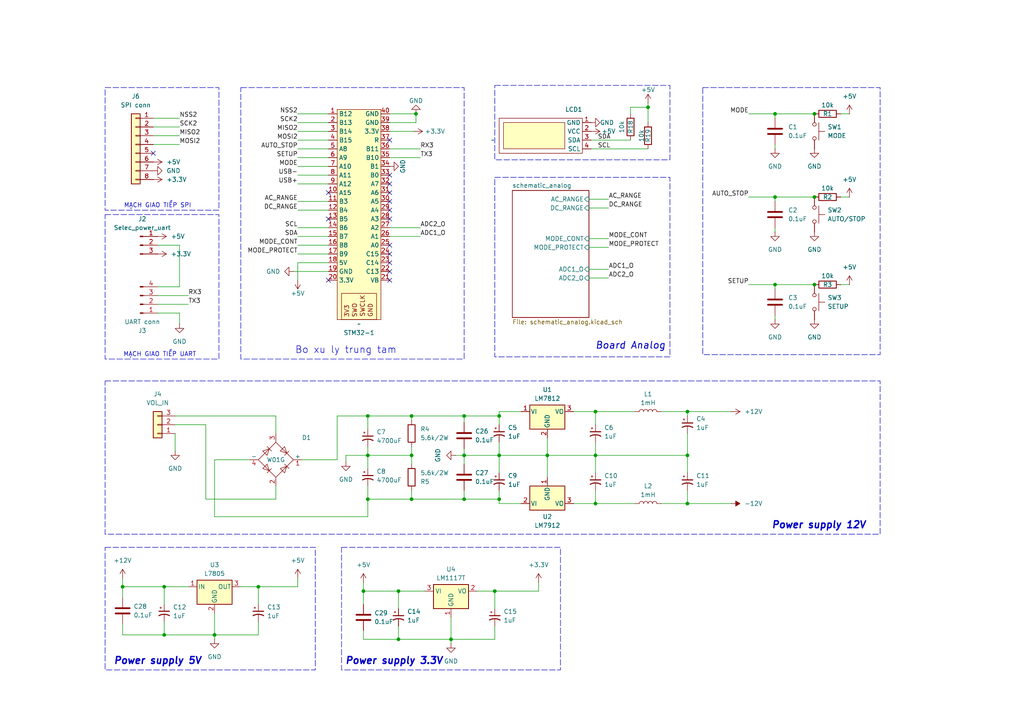
<source format=kicad_sch>
(kicad_sch (version 20231120) (generator "eeschema") (generator_version "8.0")
  (paper "A4")
  (lib_symbols
    (symbol "Connector:Conn_01x03_Pin" (pin_names (offset 1.016) hide)
      (property "Reference" "J" (at 0 5.08 0))
      (property "Value" "Conn_01x03_Pin" (at 0 -5.08 0))
      (symbol "Conn_01x03_Pin_1_1"
        (polyline (pts (xy 1.27 -2.54) (xy 0.8636 -2.54)) (stroke (width 0.1524)))
        (polyline (pts (xy 1.27 0) (xy 0.8636 0)) (stroke (width 0.1524)))
        (polyline (pts (xy 1.27 2.54) (xy 0.8636 2.54)) (stroke (width 0.1524)))
        (rectangle (start 0.8636 -2.413) (end 0 -2.667) (stroke (width 0.1524)) (fill (type outline)))
        (rectangle (start 0.8636 0.127) (end 0 -0.127) (stroke (width 0.1524)) (fill (type outline)))
        (rectangle (start 0.8636 2.667) (end 0 2.413) (stroke (width 0.1524)) (fill (type outline)))
        (pin passive line (at 5.08 2.54 180) (length 3.81) (name "Pin_1") (number "1"))
        (pin passive line (at 5.08 0 180) (length 3.81) (name "Pin_2") (number "2"))
        (pin passive line (at 5.08 -2.54 180) (length 3.81) (name "Pin_3") (number "3"))
      )
    )
    (symbol "Connector:Conn_01x04_Pin" (pin_names (offset 1.016) hide)
      (property "Reference" "J" (at 0 5.08 0))
      (property "Value" "Conn_01x04_Pin" (at 0 -7.62 0))
      (symbol "Conn_01x04_Pin_1_1"
        (polyline (pts (xy 1.27 -5.08) (xy 0.8636 -5.08)) (stroke (width 0.1524)))
        (polyline (pts (xy 1.27 -2.54) (xy 0.8636 -2.54)) (stroke (width 0.1524)))
        (polyline (pts (xy 1.27 0) (xy 0.8636 0)) (stroke (width 0.1524)))
        (polyline (pts (xy 1.27 2.54) (xy 0.8636 2.54)) (stroke (width 0.1524)))
        (rectangle (start 0.8636 -4.953) (end 0 -5.207) (stroke (width 0.1524)) (fill (type outline)))
        (rectangle (start 0.8636 -2.413) (end 0 -2.667) (stroke (width 0.1524)) (fill (type outline)))
        (rectangle (start 0.8636 0.127) (end 0 -0.127) (stroke (width 0.1524)) (fill (type outline)))
        (rectangle (start 0.8636 2.667) (end 0 2.413) (stroke (width 0.1524)) (fill (type outline)))
        (pin passive line (at 5.08 2.54 180) (length 3.81) (name "Pin_1") (number "1"))
        (pin passive line (at 5.08 0 180) (length 3.81) (name "Pin_2") (number "2"))
        (pin passive line (at 5.08 -2.54 180) (length 3.81) (name "Pin_3") (number "3"))
        (pin passive line (at 5.08 -5.08 180) (length 3.81) (name "Pin_4") (number "4"))
      )
    )
    (symbol "Connector_Generic:Conn_01x03" (pin_names (offset 1.016) hide)
      (property "Reference" "J" (at 0 5.08 0))
      (property "Value" "Conn_01x03" (at 0 -5.08 0))
      (symbol "Conn_01x03_1_1"
        (rectangle (start -1.27 -2.413) (end 0 -2.667) (stroke (width 0.1524)))
        (rectangle (start -1.27 0.127) (end 0 -0.127) (stroke (width 0.1524)))
        (rectangle (start -1.27 2.667) (end 0 2.413) (stroke (width 0.1524)))
        (rectangle (start -1.27 3.81) (end 1.27 -3.81) (stroke (width 0.254)) (fill (type background)))
        (pin passive line (at -5.08 2.54 0) (length 3.81) (name "Pin_1") (number "1"))
        (pin passive line (at -5.08 0 0) (length 3.81) (name "Pin_2") (number "2"))
        (pin passive line (at -5.08 -2.54 0) (length 3.81) (name "Pin_3") (number "3"))
      )
    )
    (symbol "Connector_Generic:Conn_01x08" (pin_names (offset 1.016) hide)
      (property "Reference" "J" (at 0 10.16 0))
      (property "Value" "Conn_01x08" (at 0 -12.7 0))
      (symbol "Conn_01x08_1_1"
        (rectangle (start -1.27 -10.033) (end 0 -10.287) (stroke (width 0.1524)))
        (rectangle (start -1.27 -7.493) (end 0 -7.747) (stroke (width 0.1524)))
        (rectangle (start -1.27 -4.953) (end 0 -5.207) (stroke (width 0.1524)))
        (rectangle (start -1.27 -2.413) (end 0 -2.667) (stroke (width 0.1524)))
        (rectangle (start -1.27 0.127) (end 0 -0.127) (stroke (width 0.1524)))
        (rectangle (start -1.27 2.667) (end 0 2.413) (stroke (width 0.1524)))
        (rectangle (start -1.27 5.207) (end 0 4.953) (stroke (width 0.1524)))
        (rectangle (start -1.27 7.747) (end 0 7.493) (stroke (width 0.1524)))
        (rectangle (start -1.27 8.89) (end 1.27 -11.43) (stroke (width 0.254)) (fill (type background)))
        (pin passive line (at -5.08 7.62 0) (length 3.81) (name "Pin_1") (number "1"))
        (pin passive line (at -5.08 5.08 0) (length 3.81) (name "Pin_2") (number "2"))
        (pin passive line (at -5.08 2.54 0) (length 3.81) (name "Pin_3") (number "3"))
        (pin passive line (at -5.08 0 0) (length 3.81) (name "Pin_4") (number "4"))
        (pin passive line (at -5.08 -2.54 0) (length 3.81) (name "Pin_5") (number "5"))
        (pin passive line (at -5.08 -5.08 0) (length 3.81) (name "Pin_6") (number "6"))
        (pin passive line (at -5.08 -7.62 0) (length 3.81) (name "Pin_7") (number "7"))
        (pin passive line (at -5.08 -10.16 0) (length 3.81) (name "Pin_8") (number "8"))
      )
    )
    (symbol "Device:C" (pin_numbers hide) (pin_names (offset 0.254))
      (property "Reference" "C" (at 0.635 2.54 0))
      (property "Value" "C" (at 0.635 -2.54 0))
      (symbol "C_0_1"
        (polyline (pts (xy -2.032 -0.762) (xy 2.032 -0.762)) (stroke (width 0.508)))
        (polyline (pts (xy -2.032 0.762) (xy 2.032 0.762)) (stroke (width 0.508)))
      )
      (symbol "C_1_1"
        (pin passive line (at 0 3.81 270) (length 2.794) (name "~") (number "1"))
        (pin passive line (at 0 -3.81 90) (length 2.794) (name "~") (number "2"))
      )
    )
    (symbol "Device:C_Polarized_Small_US" (pin_numbers hide) (pin_names (offset 0.254) hide)
      (property "Reference" "C" (at 0.254 1.778 0))
      (property "Value" "C_Polarized_Small_US" (at 0.254 -2.032 0))
      (symbol "C_Polarized_Small_US_0_1"
        (polyline (pts (xy -1.524 0.508) (xy 1.524 0.508)) (stroke (width 0.3048)))
        (polyline (pts (xy -1.27 1.524) (xy -0.762 1.524)))
        (polyline (pts (xy -1.016 1.27) (xy -1.016 1.778)))
        (arc (start 1.524 -0.762) (mid 0 -0.3734) (end -1.524 -0.762) (stroke (width 0.3048)))
      )
      (symbol "C_Polarized_Small_US_1_1"
        (pin passive line (at 0 2.54 270) (length 2.032) (name "~") (number "1"))
        (pin passive line (at 0 -2.54 90) (length 2.032) (name "~") (number "2"))
      )
    )
    (symbol "Device:L" (pin_numbers hide) (pin_names (offset 1.016) hide)
      (property "Reference" "L" (at -1.27 0 90))
      (property "Value" "L" (at 1.905 0 90))
      (symbol "L_0_1"
        (arc (start 0 -2.54) (mid 0.6323 -1.905) (end 0 -1.27))
        (arc (start 0 -1.27) (mid 0.6323 -0.635) (end 0 0))
        (arc (start 0 0) (mid 0.6323 0.635) (end 0 1.27))
        (arc (start 0 1.27) (mid 0.6323 1.905) (end 0 2.54))
      )
      (symbol "L_1_1"
        (pin passive line (at 0 3.81 270) (length 1.27) (name "1") (number "1"))
        (pin passive line (at 0 -3.81 90) (length 1.27) (name "2") (number "2"))
      )
    )
    (symbol "Device:R" (pin_numbers hide) (pin_names (offset 0))
      (property "Reference" "R" (at 2.032 0 90))
      (property "Value" "R" (at 0 0 90))
      (symbol "R_0_1"
        (rectangle (start -1.016 -2.54) (end 1.016 2.54) (stroke (width 0.254)))
      )
      (symbol "R_1_1"
        (pin passive line (at 0 3.81 270) (length 1.27) (name "~") (number "1"))
        (pin passive line (at 0 -3.81 90) (length 1.27) (name "~") (number "2"))
      )
    )
    (symbol "Diode_Bridge:W01G" (pin_names (offset 0))
      (property "Reference" "D1" (at 8.89 6.4202 0))
      (property "Value" "W01G" (at 0 0 0))
      (symbol "W01G_0_1"
        (polyline (pts (xy -2.54 3.81) (xy -1.27 2.54)))
        (polyline (pts (xy -1.27 -2.54) (xy -2.54 -3.81)))
        (polyline (pts (xy 2.54 -1.27) (xy 3.81 -2.54)))
        (polyline (pts (xy 2.54 1.27) (xy 3.81 2.54)))
        (polyline (pts (xy -3.81 2.54) (xy -2.54 1.27) (xy -1.905 3.175) (xy -3.81 2.54)))
        (polyline (pts (xy -2.54 -1.27) (xy -3.81 -2.54) (xy -1.905 -3.175) (xy -2.54 -1.27)))
        (polyline (pts (xy 1.27 2.54) (xy 2.54 3.81) (xy 3.175 1.905) (xy 1.27 2.54)))
        (polyline (pts (xy 3.175 -1.905) (xy 1.27 -2.54) (xy 2.54 -3.81) (xy 3.175 -1.905)))
        (polyline (pts (xy -5.08 0) (xy 0 -5.08) (xy 5.08 0) (xy 0 5.08) (xy -5.08 0)))
      )
      (symbol "W01G_1_1"
        (pin passive line (at 7.62 0 180) (length 2.54) (name "+") (number "1"))
        (pin passive line (at 0 -7.62 90) (length 2.54) (name "~") (number "2"))
        (pin passive line (at 0 7.62 270) (length 2.54) (name "~") (number "3"))
        (pin passive line (at -7.62 0 0) (length 2.54) (name "-") (number "4"))
      )
    )
    (symbol "Oscillospcope_lib:Kit_STM32F103C8T6"
      (property "Reference" "STM32-1" (at 0 3.81 0))
      (property "Value" "~" (at 0 1.27 0))
      (symbol "Kit_STM32F103C8T6_1_1"
        (rectangle (start -6.35 0) (end 6.35 -60.96) (fill (type background)))
        (rectangle (start -5.08 0) (end 5.08 -7.62) (fill (type background)))
        (text "3V3" (at 3.556 -2.54 900) (effects (font (size 1.27 1.27))))
        (text "GND" (at -3.302 -2.794 900) (effects (font (size 1.27 1.27))))
        (text "SWCLK" (at -1.016 -4.064 900) (effects (font (size 1.27 1.27))))
        (text "SWO" (at 1.27 -2.794 900) (effects (font (size 1.27 1.27))))
        (pin bidirectional line (at 8.89 -59.69 180) (length 2.54) (name "B12") (number "1"))
        (pin bidirectional line (at 8.89 -36.83 180) (length 2.54) (name "A15") (number "10"))
        (pin bidirectional line (at 8.89 -34.29 180) (length 2.54) (name "B3") (number "11"))
        (pin bidirectional line (at 8.89 -31.75 180) (length 2.54) (name "B4") (number "12"))
        (pin bidirectional line (at 8.89 -29.21 180) (length 2.54) (name "B5") (number "13"))
        (pin bidirectional line (at 8.89 -26.67 180) (length 2.54) (name "B6") (number "14"))
        (pin bidirectional line (at 8.89 -24.13 180) (length 2.54) (name "B7") (number "15"))
        (pin bidirectional line (at 8.89 -21.59 180) (length 2.54) (name "B8") (number "16"))
        (pin bidirectional line (at 8.89 -19.05 180) (length 2.54) (name "B9") (number "17"))
        (pin bidirectional line (at 8.89 -16.51 180) (length 2.54) (name "5V") (number "18"))
        (pin bidirectional line (at 8.89 -13.97 180) (length 2.54) (name "GND") (number "19"))
        (pin bidirectional line (at 8.89 -57.15 180) (length 2.54) (name "B13") (number "2"))
        (pin bidirectional line (at 8.89 -11.43 180) (length 2.54) (name "3.3V") (number "20"))
        (pin bidirectional line (at -8.89 -11.43 0) (length 2.54) (name "VB") (number "21"))
        (pin bidirectional line (at -8.89 -13.97 0) (length 2.54) (name "C13") (number "22"))
        (pin bidirectional line (at -8.89 -16.51 0) (length 2.54) (name "C14") (number "23"))
        (pin bidirectional line (at -8.89 -19.05 0) (length 2.54) (name "C15") (number "24"))
        (pin bidirectional line (at -8.89 -21.59 0) (length 2.54) (name "A0") (number "25"))
        (pin bidirectional line (at -8.89 -24.13 0) (length 2.54) (name "A1") (number "26"))
        (pin bidirectional line (at -8.89 -26.67 0) (length 2.54) (name "A2") (number "27"))
        (pin bidirectional line (at -8.89 -29.21 0) (length 2.54) (name "A3") (number "28"))
        (pin bidirectional line (at -8.89 -31.75 0) (length 2.54) (name "A4") (number "29"))
        (pin bidirectional line (at 8.89 -54.61 180) (length 2.54) (name "B14") (number "3"))
        (pin bidirectional line (at -8.89 -34.29 0) (length 2.54) (name "A5") (number "30"))
        (pin bidirectional line (at -8.89 -36.83 0) (length 2.54) (name "A6") (number "31"))
        (pin bidirectional line (at -8.89 -39.37 0) (length 2.54) (name "A7") (number "32"))
        (pin bidirectional line (at -8.89 -41.91 0) (length 2.54) (name "B0") (number "33"))
        (pin bidirectional line (at -8.89 -44.45 0) (length 2.54) (name "B1") (number "34"))
        (pin bidirectional line (at -8.89 -46.99 0) (length 2.54) (name "B10") (number "35"))
        (pin bidirectional line (at -8.89 -49.53 0) (length 2.54) (name "B11") (number "36"))
        (pin bidirectional line (at -8.89 -52.07 0) (length 2.54) (name "R") (number "37"))
        (pin bidirectional line (at -8.89 -54.61 0) (length 2.54) (name "3.3V") (number "38"))
        (pin bidirectional line (at -8.89 -57.15 0) (length 2.54) (name "GND") (number "39"))
        (pin bidirectional line (at 8.89 -52.07 180) (length 2.54) (name "B15") (number "4"))
        (pin bidirectional line (at -8.89 -59.69 0) (length 2.54) (name "GND") (number "40"))
        (pin bidirectional line (at 8.89 -49.53 180) (length 2.54) (name "A8") (number "5"))
        (pin bidirectional line (at 8.89 -46.99 180) (length 2.54) (name "A9") (number "6"))
        (pin bidirectional line (at 8.89 -44.45 180) (length 2.54) (name "A10") (number "7"))
        (pin bidirectional line (at 8.89 -41.91 180) (length 2.54) (name "A11") (number "8"))
        (pin bidirectional line (at 8.89 -39.37 180) (length 2.54) (name "A12") (number "9"))
      )
    )
    (symbol "Oscillospcope_lib:LCD_I2C"
      (property "Reference" "LCD" (at 3.81 3.048 0))
      (symbol "LCD_I2C_0_1"
        (rectangle (start 0 1.27) (end 24.13 -8.89))
      )
      (symbol "LCD_I2C_1_1"
        (rectangle (start 5.08 0) (end 22.86 -7.62) (fill (type background)))
        (pin input line (at -2.54 0 0) (length 2.54) (name "GND") (number "1"))
        (pin input line (at -2.54 -2.54 0) (length 2.54) (name "VCC") (number "2"))
        (pin bidirectional line (at -2.54 -5.08 0) (length 2.54) (name "SDA") (number "3"))
        (pin bidirectional line (at -2.54 -7.62 0) (length 2.54) (name "SCL") (number "4"))
      )
    )
    (symbol "Regulator_Linear:L7805" (pin_names (offset 0.254))
      (property "Reference" "U" (at -3.81 3.175 0))
      (property "Value" "L7805" (at 0 3.175 0))
      (symbol "L7805_0_1"
        (rectangle (start -5.08 1.905) (end 5.08 -5.08) (stroke (width 0.254)) (fill (type background)))
      )
      (symbol "L7805_1_1"
        (pin power_in line (at -7.62 0 0) (length 2.54) (name "IN") (number "1"))
        (pin power_in line (at 0 -7.62 90) (length 2.54) (name "GND") (number "2"))
        (pin power_out line (at 7.62 0 180) (length 2.54) (name "OUT") (number "3"))
      )
    )
    (symbol "Regulator_Linear:LD1117S33TR_SOT223"
      (property "Reference" "U" (at -3.81 3.175 0))
      (property "Value" "LD1117S33TR_SOT223" (at 0 3.175 0))
      (symbol "LD1117S33TR_SOT223_0_1"
        (rectangle (start -5.08 -5.08) (end 5.08 1.905) (stroke (width 0.254)) (fill (type background)))
      )
      (symbol "LD1117S33TR_SOT223_1_1"
        (pin power_in line (at 0 -7.62 90) (length 2.54) (name "GND") (number "1"))
        (pin power_out line (at 7.62 0 180) (length 2.54) (name "VO") (number "2"))
        (pin power_in line (at -7.62 0 0) (length 2.54) (name "VI") (number "3"))
      )
    )
    (symbol "Regulator_Linear:LM7812_TO220" (pin_names (offset 0.254))
      (property "Reference" "U" (at -3.81 3.175 0))
      (property "Value" "LM7812_TO220" (at 0 3.175 0))
      (symbol "LM7812_TO220_0_1"
        (rectangle (start -5.08 1.905) (end 5.08 -5.08) (stroke (width 0.254)) (fill (type background)))
      )
      (symbol "LM7812_TO220_1_1"
        (pin power_in line (at -7.62 0 0) (length 2.54) (name "VI") (number "1"))
        (pin power_in line (at 0 -7.62 90) (length 2.54) (name "GND") (number "2"))
        (pin power_out line (at 7.62 0 180) (length 2.54) (name "VO") (number "3"))
      )
    )
    (symbol "Regulator_Linear:LM7912_TO220" (pin_names (offset 0.254))
      (property "Reference" "U" (at -3.81 -3.175 0))
      (property "Value" "LM7912_TO220" (at 0 -3.175 0))
      (symbol "LM7912_TO220_0_1"
        (rectangle (start -5.08 5.08) (end 5.08 -1.905) (stroke (width 0.254)) (fill (type background)))
      )
      (symbol "LM7912_TO220_1_1"
        (pin power_in line (at 0 7.62 270) (length 2.54) (name "GND") (number "1"))
        (pin power_in line (at -7.62 0 0) (length 2.54) (name "VI") (number "2"))
        (pin power_out line (at 7.62 0 180) (length 2.54) (name "VO") (number "3"))
      )
    )
    (symbol "Switch:SW_Push" (pin_numbers hide) (pin_names (offset 1.016) hide)
      (property "Reference" "SW" (at 1.27 2.54 0))
      (property "Value" "SW_Push" (at 0 -1.524 0))
      (symbol "SW_Push_0_1"
        (circle (center -2.032 0) (radius 0.508))
        (polyline (pts (xy 0 1.27) (xy 0 3.048)))
        (polyline (pts (xy 2.54 1.27) (xy -2.54 1.27)))
        (circle (center 2.032 0) (radius 0.508))
        (pin passive line (at -5.08 0 0) (length 2.54) (name "1") (number "1"))
        (pin passive line (at 5.08 0 180) (length 2.54) (name "2") (number "2"))
      )
    )
    (symbol "power:+12V" (power) (pin_numbers hide) (pin_names (offset 0) hide)
      (property "Value" "+12V" (at 0 3.556 0))
      (symbol "+12V_0_1"
        (polyline (pts (xy -0.762 1.27) (xy 0 2.54)))
        (polyline (pts (xy 0 0) (xy 0 2.54)))
        (polyline (pts (xy 0 2.54) (xy 0.762 1.27)))
      )
      (symbol "+12V_1_1"
        (pin power_in line (at 0 0 90) (length 0) (name "~") (number "1"))
      )
    )
    (symbol "power:+3.3V" (power) (pin_numbers hide) (pin_names (offset 0) hide)
      (property "Value" "+3.3V" (at 0 3.556 0))
      (symbol "+3.3V_0_1"
        (polyline (pts (xy -0.762 1.27) (xy 0 2.54)))
        (polyline (pts (xy 0 0) (xy 0 2.54)))
        (polyline (pts (xy 0 2.54) (xy 0.762 1.27)))
      )
      (symbol "+3.3V_1_1"
        (pin power_in line (at 0 0 90) (length 0) (name "~") (number "1"))
      )
    )
    (symbol "power:+5V" (power) (pin_numbers hide) (pin_names (offset 0) hide)
      (property "Value" "+5V" (at 0 3.556 0))
      (symbol "+5V_0_1"
        (polyline (pts (xy -0.762 1.27) (xy 0 2.54)))
        (polyline (pts (xy 0 0) (xy 0 2.54)))
        (polyline (pts (xy 0 2.54) (xy 0.762 1.27)))
      )
      (symbol "+5V_1_1"
        (pin power_in line (at 0 0 90) (length 0) (name "~") (number "1"))
      )
    )
    (symbol "power:-12V" (power) (pin_numbers hide) (pin_names (offset 0) hide)
      (property "Value" "-12V" (at 0 3.556 0))
      (symbol "-12V_0_0"
        (pin power_in line (at 0 0 90) (length 0) (name "~") (number "1"))
      )
      (symbol "-12V_0_1"
        (polyline (pts (xy 0 0) (xy 0 1.27) (xy 0.762 1.27) (xy 0 2.54) (xy -0.762 1.27) (xy 0 1.27)) (fill (type outline)))
      )
    )
    (symbol "power:GND" (power) (pin_numbers hide) (pin_names (offset 0) hide)
      (property "Value" "GND" (at 0 -3.81 0))
      (symbol "GND_0_1"
        (polyline (pts (xy 0 0) (xy 0 -1.27) (xy 1.27 -1.27) (xy 0 -2.54) (xy -1.27 -1.27) (xy 0 -1.27)))
      )
      (symbol "GND_1_1"
        (pin power_in line (at 0 0 270) (length 0) (name "~") (number "1"))
      )
    )
  )
  (junction (at 106.68 132.08))
  (junction (at 224.79 33.02))
  (junction (at 199.39 119.38))
  (junction (at 236.22 82.55))
  (junction (at 187.96 31.115))
  (junction (at 144.78 144.78))
  (junction (at 106.68 120.65))
  (junction (at 115.57 185.42))
  (junction (at 144.78 120.65))
  (junction (at 134.62 120.65))
  (junction (at 199.39 132.08))
  (junction (at 119.38 132.08))
  (junction (at 130.81 185.42))
  (junction (at 236.22 57.15))
  (junction (at 143.51 171.45))
  (junction (at 74.93 170.18))
  (junction (at 62.23 184.15))
  (junction (at 158.75 132.08))
  (junction (at 172.72 119.38))
  (junction (at 172.72 132.08))
  (junction (at 172.72 146.05))
  (junction (at 224.79 82.55))
  (junction (at 35.56 170.18))
  (junction (at 105.41 171.45))
  (junction (at 224.79 57.15))
  (junction (at 236.22 33.02))
  (junction (at 47.625 184.15))
  (junction (at 119.38 120.65))
  (junction (at 47.625 170.18))
  (junction (at 115.57 171.45))
  (junction (at 106.68 144.78))
  (junction (at 199.39 146.05))
  (junction (at 120.65 33.02))
  (junction (at 144.78 132.08))
  (junction (at 134.62 144.78))
  (junction (at 119.38 144.78))
  (junction (at 134.62 132.08))
  (no_connect (at 95.25 55.88))
  (no_connect (at 113.03 63.5))
  (no_connect (at 113.03 76.2))
  (no_connect (at 113.03 40.64))
  (no_connect (at 95.25 81.28))
  (no_connect (at 44.45 44.45))
  (no_connect (at 113.03 58.42))
  (no_connect (at 113.03 53.34))
  (no_connect (at 113.03 71.12))
  (no_connect (at 113.03 50.8))
  (no_connect (at 95.25 63.5))
  (no_connect (at 113.03 73.66))
  (no_connect (at 113.03 78.74))
  (no_connect (at 113.03 55.88))
  (no_connect (at 113.03 81.28))
  (no_connect (at 113.03 60.96))
  (wire (pts (xy 176.53 57.785) (xy 170.815 57.785)))
  (wire (pts (xy 224.79 43.18) (xy 224.79 41.91)))
  (wire (pts (xy 246.38 57.15) (xy 243.84 57.15)))
  (wire (pts (xy 106.68 149.86) (xy 106.68 144.78)))
  (wire (pts (xy 59.69 144.78) (xy 80.01 144.78)))
  (wire (pts (xy 184.15 146.05) (xy 172.72 146.05)))
  (wire (pts (xy 100.33 132.08) (xy 100.33 133.985)))
  (wire (pts (xy 106.68 132.08) (xy 119.38 132.08)))
  (wire (pts (xy 158.75 138.43) (xy 158.75 132.08)))
  (wire (pts (xy 74.93 175.26) (xy 74.93 170.18)))
  (wire (pts (xy 172.72 132.08) (xy 199.39 132.08)))
  (wire (pts (xy 86.36 58.42) (xy 95.25 58.42)))
  (wire (pts (xy 138.43 171.45) (xy 143.51 171.45)))
  (wire (pts (xy 176.53 69.215) (xy 170.815 69.215)))
  (wire (pts (xy 144.78 142.24) (xy 144.78 144.78)))
  (wire (pts (xy 97.79 133.35) (xy 87.63 133.35)))
  (wire (pts (xy 47.625 184.15) (xy 62.23 184.15)))
  (wire (pts (xy 106.68 144.78) (xy 119.38 144.78)))
  (wire (pts (xy 156.21 168.91) (xy 156.21 171.45)))
  (wire (pts (xy 86.36 68.58) (xy 95.25 68.58)))
  (wire (pts (xy 236.22 33.02) (xy 224.79 33.02)))
  (wire (pts (xy 199.39 119.38) (xy 199.39 120.65)))
  (wire (pts (xy 86.36 40.64) (xy 95.25 40.64)))
  (wire (pts (xy 35.56 180.975) (xy 35.56 184.15)))
  (wire (pts (xy 158.75 132.08) (xy 158.75 127)))
  (wire (pts (xy 121.92 43.18) (xy 113.03 43.18)))
  (wire (pts (xy 119.38 129.54) (xy 119.38 132.08)))
  (wire (pts (xy 224.79 57.15) (xy 224.79 58.42)))
  (wire (pts (xy 144.78 146.05) (xy 144.78 144.78)))
  (wire (pts (xy 45.72 88.265) (xy 54.61 88.265)))
  (wire (pts (xy 45.72 85.725) (xy 54.61 85.725)))
  (wire (pts (xy 47.625 170.18) (xy 54.61 170.18)))
  (wire (pts (xy 182.88 33.02) (xy 182.88 31.115)))
  (wire (pts (xy 134.62 120.65) (xy 144.78 120.65)))
  (wire (pts (xy 134.62 122.555) (xy 134.62 120.65)))
  (wire (pts (xy 105.41 171.45) (xy 115.57 171.45)))
  (wire (pts (xy 115.57 171.45) (xy 115.57 176.53)))
  (wire (pts (xy 172.72 142.24) (xy 172.72 146.05)))
  (wire (pts (xy 62.23 133.35) (xy 72.39 133.35)))
  (wire (pts (xy 170.815 80.645) (xy 176.53 80.645)))
  (wire (pts (xy 86.36 76.2) (xy 95.25 76.2)))
  (wire (pts (xy 120.65 35.56) (xy 120.65 33.02)))
  (wire (pts (xy 47.625 180.34) (xy 47.625 184.15)))
  (wire (pts (xy 62.23 185.42) (xy 62.23 184.15)))
  (wire (pts (xy 172.72 137.16) (xy 172.72 132.08)))
  (wire (pts (xy 45.72 83.185) (xy 52.07 83.185)))
  (wire (pts (xy 120.015 38.1) (xy 113.03 38.1)))
  (wire (pts (xy 106.68 120.65) (xy 97.79 120.65)))
  (wire (pts (xy 217.17 57.15) (xy 224.79 57.15)))
  (wire (pts (xy 86.36 50.8) (xy 95.25 50.8)))
  (wire (pts (xy 134.62 144.78) (xy 144.78 144.78)))
  (wire (pts (xy 143.51 181.61) (xy 143.51 185.42)))
  (wire (pts (xy 95.25 35.56) (xy 86.36 35.56)))
  (wire (pts (xy 156.21 171.45) (xy 143.51 171.45)))
  (wire (pts (xy 47.625 170.18) (xy 47.625 175.26)))
  (wire (pts (xy 97.79 120.65) (xy 97.79 133.35)))
  (wire (pts (xy 187.96 31.115) (xy 187.96 35.56)))
  (wire (pts (xy 187.96 29.845) (xy 187.96 31.115)))
  (wire (pts (xy 62.23 184.15) (xy 62.23 177.8)))
  (wire (pts (xy 224.79 33.02) (xy 224.79 34.29)))
  (wire (pts (xy 134.62 132.08) (xy 134.62 134.62)))
  (wire (pts (xy 119.38 142.24) (xy 119.38 144.78)))
  (wire (pts (xy 86.36 81.28) (xy 86.36 76.2)))
  (wire (pts (xy 105.41 182.88) (xy 105.41 185.42)))
  (wire (pts (xy 52.07 71.12) (xy 52.07 83.185)))
  (wire (pts (xy 144.78 146.05) (xy 151.13 146.05)))
  (wire (pts (xy 74.93 170.18) (xy 69.85 170.18)))
  (wire (pts (xy 119.38 144.78) (xy 134.62 144.78)))
  (wire (pts (xy 166.37 119.38) (xy 172.72 119.38)))
  (wire (pts (xy 86.36 170.18) (xy 86.36 167.64)))
  (wire (pts (xy 199.39 142.24) (xy 199.39 146.05)))
  (wire (pts (xy 62.23 149.86) (xy 106.68 149.86)))
  (wire (pts (xy 132.08 132.08) (xy 134.62 132.08)))
  (wire (pts (xy 86.36 48.26) (xy 95.25 48.26)))
  (wire (pts (xy 199.39 119.38) (xy 212.09 119.38)))
  (wire (pts (xy 199.39 132.08) (xy 199.39 137.16)))
  (wire (pts (xy 134.62 130.175) (xy 134.62 132.08)))
  (wire (pts (xy 172.72 132.08) (xy 158.75 132.08)))
  (wire (pts (xy 119.38 121.92) (xy 119.38 120.65)))
  (wire (pts (xy 86.36 38.1) (xy 95.25 38.1)))
  (wire (pts (xy 80.01 125.73) (xy 80.01 120.65)))
  (wire (pts (xy 100.33 132.08) (xy 106.68 132.08)))
  (wire (pts (xy 44.45 36.83) (xy 52.07 36.83)))
  (wire (pts (xy 86.36 71.12) (xy 95.25 71.12)))
  (wire (pts (xy 172.72 146.05) (xy 166.37 146.05)))
  (wire (pts (xy 35.56 170.18) (xy 47.625 170.18)))
  (wire (pts (xy 199.39 125.73) (xy 199.39 132.08)))
  (wire (pts (xy 143.51 176.53) (xy 143.51 171.45)))
  (wire (pts (xy 144.78 119.38) (xy 144.78 120.65)))
  (wire (pts (xy 172.72 119.38) (xy 184.15 119.38)))
  (wire (pts (xy 171.45 43.18) (xy 187.96 43.18)))
  (wire (pts (xy 246.38 82.55) (xy 243.84 82.55)))
  (wire (pts (xy 74.93 184.15) (xy 62.23 184.15)))
  (wire (pts (xy 224.79 82.55) (xy 224.79 83.82)))
  (wire (pts (xy 44.45 41.91) (xy 52.07 41.91)))
  (wire (pts (xy 119.38 120.65) (xy 134.62 120.65)))
  (wire (pts (xy 236.22 57.15) (xy 224.79 57.15)))
  (wire (pts (xy 130.81 186.69) (xy 130.81 185.42)))
  (wire (pts (xy 105.41 168.91) (xy 105.41 171.45)))
  (wire (pts (xy 113.03 35.56) (xy 120.65 35.56)))
  (wire (pts (xy 52.07 71.12) (xy 45.72 71.12)))
  (wire (pts (xy 62.23 149.86) (xy 62.23 133.35)))
  (wire (pts (xy 52.07 90.805) (xy 52.07 93.98)))
  (wire (pts (xy 121.92 45.72) (xy 113.03 45.72)))
  (wire (pts (xy 44.45 34.29) (xy 52.07 34.29)))
  (wire (pts (xy 44.45 39.37) (xy 52.07 39.37)))
  (wire (pts (xy 172.72 128.27) (xy 172.72 132.08)))
  (wire (pts (xy 224.79 67.31) (xy 224.79 66.04)))
  (wire (pts (xy 86.36 53.34) (xy 95.25 53.34)))
  (wire (pts (xy 86.36 66.04) (xy 95.25 66.04)))
  (wire (pts (xy 80.01 144.78) (xy 80.01 140.97)))
  (wire (pts (xy 246.38 33.02) (xy 243.84 33.02)))
  (wire (pts (xy 74.93 180.34) (xy 74.93 184.15)))
  (wire (pts (xy 35.56 173.355) (xy 35.56 170.18)))
  (wire (pts (xy 50.8 123.19) (xy 59.69 123.19)))
  (wire (pts (xy 119.38 134.62) (xy 119.38 132.08)))
  (wire (pts (xy 143.51 185.42) (xy 130.81 185.42)))
  (wire (pts (xy 59.69 123.19) (xy 59.69 144.78)))
  (wire (pts (xy 95.25 33.02) (xy 86.36 33.02)))
  (wire (pts (xy 170.815 78.105) (xy 176.53 78.105)))
  (wire (pts (xy 86.36 60.96) (xy 95.25 60.96)))
  (wire (pts (xy 171.45 40.64) (xy 182.88 40.64)))
  (wire (pts (xy 115.57 181.61) (xy 115.57 185.42)))
  (wire (pts (xy 144.78 128.27) (xy 144.78 132.08)))
  (wire (pts (xy 35.56 167.64) (xy 35.56 170.18)))
  (wire (pts (xy 35.56 184.15) (xy 47.625 184.15)))
  (wire (pts (xy 224.79 92.71) (xy 224.79 91.44)))
  (wire (pts (xy 121.92 66.04) (xy 113.03 66.04)))
  (wire (pts (xy 199.39 146.05) (xy 212.09 146.05)))
  (wire (pts (xy 176.53 71.755) (xy 170.815 71.755)))
  (wire (pts (xy 106.68 124.46) (xy 106.68 120.65)))
  (wire (pts (xy 120.65 33.02) (xy 113.03 33.02)))
  (wire (pts (xy 182.88 31.115) (xy 187.96 31.115)))
  (wire (pts (xy 134.62 132.08) (xy 144.78 132.08)))
  (wire (pts (xy 123.19 171.45) (xy 115.57 171.45)))
  (wire (pts (xy 106.68 132.08) (xy 106.68 135.89)))
  (wire (pts (xy 217.17 82.55) (xy 224.79 82.55)))
  (wire (pts (xy 50.8 120.65) (xy 80.01 120.65)))
  (wire (pts (xy 199.39 146.05) (xy 191.77 146.05)))
  (wire (pts (xy 121.92 68.58) (xy 113.03 68.58)))
  (wire (pts (xy 50.8 125.73) (xy 50.8 130.81)))
  (wire (pts (xy 144.78 132.08) (xy 158.75 132.08)))
  (wire (pts (xy 45.72 90.805) (xy 52.07 90.805)))
  (wire (pts (xy 106.68 140.97) (xy 106.68 144.78)))
  (wire (pts (xy 95.25 78.74) (xy 85.09 78.74)))
  (wire (pts (xy 74.93 170.18) (xy 86.36 170.18)))
  (wire (pts (xy 106.68 129.54) (xy 106.68 132.08)))
  (wire (pts (xy 106.68 120.65) (xy 119.38 120.65)))
  (wire (pts (xy 105.41 175.26) (xy 105.41 171.45)))
  (wire (pts (xy 144.78 120.65) (xy 144.78 123.19)))
  (wire (pts (xy 176.53 60.325) (xy 170.815 60.325)))
  (wire (pts (xy 130.81 185.42) (xy 130.81 179.07)))
  (wire (pts (xy 86.36 73.66) (xy 95.25 73.66)))
  (wire (pts (xy 144.78 119.38) (xy 151.13 119.38)))
  (wire (pts (xy 144.78 132.08) (xy 144.78 137.16)))
  (wire (pts (xy 191.77 119.38) (xy 199.39 119.38)))
  (wire (pts (xy 172.72 119.38) (xy 172.72 123.19)))
  (wire (pts (xy 86.36 43.18) (xy 95.25 43.18)))
  (wire (pts (xy 86.36 45.72) (xy 95.25 45.72)))
  (wire (pts (xy 134.62 142.24) (xy 134.62 144.78)))
  (wire (pts (xy 217.17 33.02) (xy 224.79 33.02)))
  (wire (pts (xy 105.41 185.42) (xy 115.57 185.42)))
  (wire (pts (xy 236.22 82.55) (xy 224.79 82.55)))
  (wire (pts (xy 115.57 185.42) (xy 130.81 185.42)))
  (rectangle (start 30.48 62.23) (end 63.5 104.14) (stroke (width 0) (type dash)))
  (rectangle (start 99.06 158.75) (end 162.56 194.31) (stroke (width 0) (type dash)))
  (rectangle (start 143.51 51.435) (end 194.31 103.505) (stroke (width 0) (type dash)))
  (rectangle (start 30.48 110.49) (end 255.27 154.94) (stroke (width 0) (type dash)))
  (rectangle (start 30.48 25.4) (end 63.5 60.96) (stroke (width 0) (type dash)))
  (rectangle (start 143.51 24.765) (end 194.31 46.355) (stroke (width 0) (type dash)))
  (rectangle (start 30.48 158.75) (end 91.44 194.31) (stroke (width 0) (type dash)))
  (rectangle (start 69.85 25.4) (end 134.62 104.14) (stroke (width 0) (type dash)))
  (rectangle (start 203.835 25.4) (end 255.27 102.87) (stroke (width 0) (type dash)))
  (text "Power supply 5V" (at 45.72 191.77 0) (effects (font (size 2 2) (thickness 0.4) (bold yes) (italic yes))))
  (text "MẠCH GIAO TIẾP SPI" (at 45.72 59.69 0) (effects (font (size 1.27 1.27))))
  (text "Power supply 3.3V" (at 114.3 191.77 0) (effects (font (size 2 2) (thickness 0.4) (bold yes) (italic yes))))
  (text "Board Analog" (at 182.88 100.33 0) (effects (font (size 2 2) (thickness 0.254) (bold yes) (italic yes))))
  (text "Power supply 12V" (at 237.49 152.4 0) (effects (font (size 2 2) (thickness 0.4) (bold yes) (italic yes))))
  (text "MẠCH GIAO TIẾP UART" (at 46.355 102.87 0) (effects (font (size 1.27 1.27))))
  (text "Bo xu ly trung tam" (at 100.33 101.6 0) (effects (font (size 2 2))))
  (label "SCK2" (at 52.07 36.83 0))
  (label "MISO2" (at 52.07 39.37 0))
  (label "ADC1_O" (at 176.53 78.105 0))
  (label "RX3" (at 54.61 85.725 0))
  (label "TX3" (at 54.61 88.265 0))
  (label "SDA" (at 173.355 40.64 0))
  (label "SETUP" (at 86.36 45.72 180))
  (label "MODE_CONT" (at 86.36 71.12 180))
  (label "MOSI2" (at 52.07 41.91 0))
  (label "RX3" (at 121.92 43.18 0))
  (label "AC_RANGE" (at 176.53 57.785 0))
  (label "MODE_CONT" (at 176.53 69.215 0))
  (label "MISO2" (at 86.36 38.1 180))
  (label "ADC1_O" (at 121.92 68.58 0))
  (label "DC_RANGE" (at 86.36 60.96 180))
  (label "MODE_PROTECT" (at 176.53 71.755 0))
  (label "SDA" (at 86.36 68.58 180))
  (label "NSS2" (at 86.36 33.02 180))
  (label "MOSI2" (at 86.36 40.64 180))
  (label "AUTO_STOP" (at 217.17 57.15 180))
  (label "MODE_PROTECT" (at 86.36 73.66 180))
  (label "ADC2_O" (at 121.92 66.04 0))
  (label "TX3" (at 121.92 45.72 0))
  (label "AC_RANGE" (at 86.36 58.42 180))
  (label "SCL" (at 86.36 66.04 180))
  (label "USB-" (at 86.36 50.8 180))
  (label "SETUP" (at 217.17 82.55 180))
  (label "MODE" (at 86.36 48.26 180))
  (label "USB+" (at 86.36 53.34 180))
  (label "NSS2" (at 52.07 34.29 0))
  (label "SCL" (at 173.355 43.18 0))
  (label "SCK2" (at 86.36 35.56 180))
  (label "MODE" (at 217.17 33.02 180))
  (label "ADC2_O" (at 176.53 80.645 0))
  (label "AUTO_STOP" (at 86.36 43.18 180))
  (label "DC_RANGE" (at 176.53 60.325 0))
  (symbol (lib_id "Device:C") (at 35.56 177.165 180) (unit 1)
    (property "Reference" "C28" (at 38.735 175.8949 0) (effects (justify right)))
    (property "Value" "0.1uF" (at 38.735 178.4349 0) (effects (justify right)))
    (property "Footprint" "Capacitor_THT:C_Disc_D4.3mm_W1.9mm_P5.00mm" (effects (hide yes)))
    (property "Description" "Unpolarized capacitor" (effects (hide yes)))
  )
  (symbol (lib_id "Device:R") (at 119.38 138.43 0) (mirror x) (unit 1)
    (property "Reference" "R5" (at 121.92 139.7001 0) (effects (justify left)))
    (property "Value" "5.6k/2W" (at 121.92 137.1601 0) (effects (justify left)))
    (property "Footprint" "Resistor_THT:R_Axial_DIN0516_L15.5mm_D5.0mm_P20.32mm_Horizontal" (effects (hide yes)))
    (property "Description" "Resistor" (effects (hide yes)))
  )
  (symbol (lib_id "Device:C_Polarized_Small_US") (at 74.93 177.8 0) (unit 1)
    (property "Reference" "C13" (at 77.47 176.0981 0) (effects (justify left)))
    (property "Value" "1uF" (at 77.47 178.6381 0) (effects (justify left)))
    (property "Footprint" "Capacitor_THT:CP_Radial_D6.3mm_P2.50mm" (effects (hide yes)))
    (property "Description" "Polarized capacitor, small US symbol" (effects (hide yes)))
  )
  (symbol (lib_id "Device:C") (at 105.41 179.07 180) (unit 1)
    (property "Reference" "C29" (at 108.585 177.7999 0) (effects (justify right)))
    (property "Value" "0.1uF" (at 108.585 180.3399 0) (effects (justify right)))
    (property "Footprint" "Capacitor_THT:C_Disc_D4.3mm_W1.9mm_P5.00mm" (effects (hide yes)))
    (property "Description" "Unpolarized capacitor" (effects (hide yes)))
  )
  (symbol (lib_id "Device:R") (at 187.96 39.37 0) (unit 1)
    (property "Reference" "R19" (at 187.96 39.37 90))
    (property "Value" "10k" (at 186.055 39.37 90))
    (property "Footprint" "Resistor_THT:R_Axial_DIN0309_L9.0mm_D3.2mm_P12.70mm_Horizontal" (effects (hide yes)))
    (property "Description" "Resistor" (effects (hide yes)))
  )
  (symbol (lib_id "Device:L") (at 187.96 146.05 90) (unit 1)
    (property "Reference" "L2" (at 187.96 140.97 90))
    (property "Value" "1mH" (at 187.96 143.51 90))
    (property "Footprint" "Inductor_THT:L_Axial_L7.0mm_D3.3mm_P10.16mm_Horizontal_Fastron_MICC" (effects (hide yes)))
    (property "Description" "Inductor" (effects (hide yes)))
  )
  (symbol (lib_id "Device:C_Polarized_Small_US") (at 144.78 139.7 0) (unit 1)
    (property "Reference" "C9" (at 147.32 137.9981 0) (effects (justify left)))
    (property "Value" "1uF" (at 147.32 140.5381 0) (effects (justify left)))
    (property "Footprint" "Capacitor_THT:CP_Radial_D6.3mm_P2.50mm" (effects (hide yes)))
    (property "Description" "Polarized capacitor, small US symbol" (effects (hide yes)))
  )
  (symbol (lib_id "power:+5V") (at 246.38 57.15 0) (unit 1)
    (property "Reference" "#PWR010" (effects (hide yes)))
    (property "Value" "+5V" (at 246.38 52.07 0))
    (property "Description" "Power symbol creates a global label with name \"+5V\"" (effects (hide yes)))
  )
  (symbol (lib_id "power:+5V") (at 187.96 29.845 0) (mirror y) (unit 1)
    (property "Reference" "#PWR04" (effects (hide yes)))
    (property "Value" "+5V" (at 187.96 26.035 0))
    (property "Description" "Power symbol creates a global label with name \"+5V\"" (effects (hide yes)))
  )
  (symbol (lib_id "Device:C") (at 224.79 38.1 0) (unit 1)
    (property "Reference" "C1" (at 228.6 36.8299 0) (effects (justify left)))
    (property "Value" "0.1uF" (at 228.6 39.3699 0) (effects (justify left)))
    (property "Footprint" "Capacitor_THT:C_Disc_D4.7mm_W2.5mm_P5.00mm" (effects (hide yes)))
    (property "Description" "Unpolarized capacitor" (effects (hide yes)))
  )
  (symbol (lib_id "power:GND") (at 52.07 93.98 0) (unit 1)
    (property "Reference" "#PWR020" (effects (hide yes)))
    (property "Value" "GND" (at 52.07 99.06 0))
    (property "Description" "Power symbol creates a global label with name \"GND\" , ground" (effects (hide yes)))
  )
  (symbol (lib_id "power:GND") (at 85.09 78.74 270) (unit 1)
    (property "Reference" "#PWR015" (effects (hide yes)))
    (property "Value" "GND" (at 81.28 78.7401 90) (effects (justify right)))
    (property "Description" "Power symbol creates a global label with name \"GND\" , ground" (effects (hide yes)))
  )
  (symbol (lib_id "power:+5V") (at 105.41 168.91 0) (unit 1)
    (property "Reference" "#PWR028" (effects (hide yes)))
    (property "Value" "+5V" (at 105.41 163.83 0))
    (property "Description" "Power symbol creates a global label with name \"+5V\"" (effects (hide yes)))
  )
  (symbol (lib_id "Connector_Generic:Conn_01x08") (at 39.37 41.91 0) (mirror y) (unit 1)
    (property "Reference" "J6" (at 39.37 27.94 0))
    (property "Value" "SPI conn" (at 39.37 30.48 0))
    (property "Footprint" "Connector_PinHeader_2.54mm:PinHeader_1x08_P2.54mm_Vertical" (effects (hide yes)))
    (property "Description" "Generic connector, single row, 01x08, script generated (kicad-library-utils/schlib/autogen/connector/)" (effects (hide yes)))
  )
  (symbol (lib_id "power:GND") (at 171.45 35.56 90) (mirror x) (unit 1)
    (property "Reference" "#PWR01" (effects (hide yes)))
    (property "Value" "GND" (at 173.99 35.56 90) (effects (justify right)))
    (property "Description" "Power symbol creates a global label with name \"GND\" , ground" (effects (hide yes)))
  )
  (symbol (lib_id "Device:C_Polarized_Small_US") (at 199.39 123.19 0) (unit 1)
    (property "Reference" "C4" (at 201.93 121.4881 0) (effects (justify left)))
    (property "Value" "1uF" (at 201.93 124.0281 0) (effects (justify left)))
    (property "Footprint" "Capacitor_THT:CP_Radial_D6.3mm_P2.50mm" (effects (hide yes)))
    (property "Description" "Polarized capacitor, small US symbol" (effects (hide yes)))
  )
  (symbol (lib_id "power:GND") (at 62.23 185.42 0) (unit 1)
    (property "Reference" "#PWR030" (effects (hide yes)))
    (property "Value" "GND" (at 62.23 190.5 0))
    (property "Description" "Power symbol creates a global label with name \"GND\" , ground" (effects (hide yes)))
  )
  (symbol (lib_id "Connector:Conn_01x03_Pin") (at 40.64 71.12 0) (unit 1)
    (property "Reference" "J2" (at 41.275 63.5 0))
    (property "Value" "Selec_power_uart" (at 41.275 66.04 0))
    (property "Footprint" "Connector_PinHeader_2.54mm:PinHeader_1x03_P2.54mm_Vertical" (effects (hide yes)))
    (property "Description" "Generic connector, single row, 01x03, script generated" (effects (hide yes)))
  )
  (symbol (lib_id "Device:C_Polarized_Small_US") (at 47.625 177.8 0) (unit 1)
    (property "Reference" "C12" (at 50.165 176.0981 0) (effects (justify left)))
    (property "Value" "1uF" (at 50.165 178.6381 0) (effects (justify left)))
    (property "Footprint" "Capacitor_THT:CP_Radial_D6.3mm_P2.50mm" (effects (hide yes)))
    (property "Description" "Polarized capacitor, small US symbol" (effects (hide yes)))
  )
  (symbol (lib_id "power:+5V") (at 86.36 81.28 180) (unit 1)
    (property "Reference" "#PWR016" (effects (hide yes)))
    (property "Value" "+5V" (at 86.36 85.09 0))
    (property "Description" "Power symbol creates a global label with name \"+5V\"" (effects (hide yes)))
  )
  (symbol (lib_id "Device:C_Polarized_Small_US") (at 172.72 139.7 0) (unit 1)
    (property "Reference" "C10" (at 175.26 137.9981 0) (effects (justify left)))
    (property "Value" "1uF" (at 175.26 140.5381 0) (effects (justify left)))
    (property "Footprint" "Capacitor_THT:CP_Radial_D6.3mm_P2.50mm" (effects (hide yes)))
    (property "Description" "Polarized capacitor, small US symbol" (effects (hide yes)))
  )
  (symbol (lib_id "Regulator_Linear:LD1117S33TR_SOT223") (at 130.81 171.45 0) (unit 1)
    (property "Reference" "U4" (at 130.81 165.1 0))
    (property "Value" "LM1117T" (at 130.81 167.64 0))
    (property "Footprint" "Package_TO_SOT_THT:TO-220-3_Vertical" (effects (hide yes)))
    (property "Datasheet" "http://www.st.com/st-web-ui/static/active/en/resource/technical/document/datasheet/CD00000544.pdf" (effects (hide yes)))
    (property "Description" "800mA Fixed Low Drop Positive Voltage Regulator, Fixed Output 3.3V, SOT-223" (effects (hide yes)))
  )
  (symbol (lib_id "Oscillospcope_lib:Kit_STM32F103C8T6") (at 104.14 92.71 180) (unit 1)
    (property "Reference" "STM32-1" (at 104.14 96.52 0))
    (property "Value" "~" (at 104.14 93.98 0))
    (property "Footprint" "Oscillospcope_lib:Kit_STM32F103C8T6" (effects (hide yes)))
    (property "Datasheet" "https://www.st.com/resource/en/datasheet/stm32f103c8.pdf" (effects (hide yes)))
  )
  (symbol (lib_id "power:GND") (at 236.22 92.71 0) (mirror y) (unit 1)
    (property "Reference" "#PWR019" (effects (hide yes)))
    (property "Value" "GND" (at 236.22 97.79 0))
    (property "Description" "Power symbol creates a global label with name \"GND\" , ground" (effects (hide yes)))
  )
  (symbol (lib_id "power:+12V") (at 35.56 167.64 0) (unit 1)
    (property "Reference" "#PWR026" (effects (hide yes)))
    (property "Value" "+12V" (at 35.56 162.56 0))
    (property "Description" "Power symbol creates a global label with name \"+12V\"" (effects (hide yes)))
  )
  (symbol (lib_id "Switch:SW_Push") (at 236.22 87.63 270) (mirror x) (unit 1)
    (property "Reference" "SW3" (at 240.03 86.3599 90) (effects (justify left)))
    (property "Value" "SETUP" (at 240.03 88.8999 90) (effects (justify left)))
    (property "Footprint" "Button_Switch_THT:SW_PUSH-12mm" (effects (hide yes)))
    (property "Description" "Push button switch, generic, two pins" (effects (hide yes)))
  )
  (symbol (lib_id "power:GND") (at 236.22 43.18 0) (mirror y) (unit 1)
    (property "Reference" "#PWR06" (effects (hide yes)))
    (property "Value" "GND" (at 236.22 48.26 0))
    (property "Description" "Power symbol creates a global label with name \"GND\" , ground" (effects (hide yes)))
  )
  (symbol (lib_id "power:+5V") (at 246.38 82.55 0) (unit 1)
    (property "Reference" "#PWR017" (effects (hide yes)))
    (property "Value" "+5V" (at 246.38 77.47 0))
    (property "Description" "Power symbol creates a global label with name \"+5V\"" (effects (hide yes)))
  )
  (symbol (lib_id "power:+5V") (at 44.45 46.99 270) (unit 1)
    (property "Reference" "#PWR08" (effects (hide yes)))
    (property "Value" "+5V" (at 48.26 46.9899 90) (effects (justify left)))
    (property "Description" "Power symbol creates a global label with name \"+5V\"" (effects (hide yes)))
  )
  (symbol (lib_id "Connector_Generic:Conn_01x03") (at 45.72 123.19 180) (unit 1)
    (property "Reference" "J4" (at 45.72 114.3 0))
    (property "Value" "VOL_IN" (at 45.72 116.84 0))
    (property "Footprint" "Connector_Phoenix_MSTB:PhoenixContact_MSTBA_2,5_3-G_1x03_P5.00mm_Horizontal" (effects (hide yes)))
    (property "Description" "Generic connector, single row, 01x03, script generated (kicad-library-utils/schlib/autogen/connector/)" (effects (hide yes)))
  )
  (symbol (lib_id "power:GND") (at 100.33 133.985 0) (unit 1)
    (property "Reference" "#PWR024" (effects (hide yes)))
    (property "Value" "GND" (at 100.33 139.065 0))
    (property "Description" "Power symbol creates a global label with name \"GND\" , ground" (effects (hide yes)))
  )
  (symbol (lib_id "power:GND") (at 44.45 49.53 90) (unit 1)
    (property "Reference" "#PWR07" (effects (hide yes)))
    (property "Value" "GND" (at 48.26 49.5299 90) (effects (justify right)))
    (property "Description" "Power symbol creates a global label with name \"GND\" , ground" (effects (hide yes)))
  )
  (symbol (lib_id "power:+3.3V") (at 44.45 52.07 270) (unit 1)
    (property "Reference" "#PWR09" (effects (hide yes)))
    (property "Value" "+3.3V" (at 48.26 52.0699 90) (effects (justify left)))
    (property "Description" "Power symbol creates a global label with name \"+3.3V\"" (effects (hide yes)))
  )
  (symbol (lib_id "Oscillospcope_lib:LCD_I2C") (at 168.91 35.56 0) (mirror y) (unit 1)
    (property "Reference" "LCD1" (at 168.91 31.75 0) (effects (justify left)))
    (property "Value" "~" (at 143.51 40.64 0) (effects (justify left)))
    (property "Footprint" "Oscillospcope_lib:LCD-I2C" (effects (hide yes)))
  )
  (symbol (lib_id "Device:C") (at 224.79 62.23 0) (unit 1)
    (property "Reference" "C2" (at 228.6 60.9599 0) (effects (justify left)))
    (property "Value" "0.1uF" (at 228.6 63.4999 0) (effects (justify left)))
    (property "Footprint" "Capacitor_THT:C_Disc_D4.7mm_W2.5mm_P5.00mm" (effects (hide yes)))
    (property "Description" "Unpolarized capacitor" (effects (hide yes)))
  )
  (symbol (lib_id "Device:C") (at 224.79 87.63 0) (unit 1)
    (property "Reference" "C3" (at 228.6 86.3599 0) (effects (justify left)))
    (property "Value" "0.1uF" (at 228.6 88.8999 0) (effects (justify left)))
    (property "Footprint" "Capacitor_THT:C_Disc_D4.7mm_W2.5mm_P5.00mm" (effects (hide yes)))
    (property "Description" "Unpolarized capacitor" (effects (hide yes)))
  )
  (symbol (lib_id "power:GND") (at 130.81 186.69 0) (unit 1)
    (property "Reference" "#PWR031" (effects (hide yes)))
    (property "Value" "GND" (at 130.81 191.77 0))
    (property "Description" "Power symbol creates a global label with name \"GND\" , ground" (effects (hide yes)))
  )
  (symbol (lib_id "Regulator_Linear:L7805") (at 62.23 170.18 0) (unit 1)
    (property "Reference" "U3" (at 62.23 163.83 0))
    (property "Value" "L7805" (at 62.23 166.37 0))
    (property "Footprint" "Package_TO_SOT_THT:TO-220-3_Vertical" (effects (hide yes)))
    (property "Datasheet" "http://www.st.com/content/ccc/resource/technical/document/datasheet/41/4f/b3/b0/12/d4/47/88/CD00000444.pdf/files/CD00000444.pdf/jcr:content/translations/en.CD00000444.pdf" (effects (hide yes)))
    (property "Description" "Positive 1.5A 35V Linear Regulator, Fixed Output 5V, TO-220/TO-263/TO-252" (effects (hide yes)))
  )
  (symbol (lib_id "power:GND") (at 236.22 67.31 0) (mirror y) (unit 1)
    (property "Reference" "#PWR012" (effects (hide yes)))
    (property "Value" "GND" (at 236.22 72.39 0))
    (property "Description" "Power symbol creates a global label with name \"GND\" , ground" (effects (hide yes)))
  )
  (symbol (lib_id "power:+5V") (at 171.45 38.1 270) (mirror x) (unit 1)
    (property "Reference" "#PWR059" (effects (hide yes)))
    (property "Value" "+5V" (at 176.53 38.1 90))
    (property "Description" "Power symbol creates a global label with name \"+5V\"" (effects (hide yes)))
  )
  (symbol (lib_id "power:GND") (at 224.79 67.31 0) (mirror y) (unit 1)
    (property "Reference" "#PWR011" (effects (hide yes)))
    (property "Value" "GND" (at 224.79 72.39 0))
    (property "Description" "Power symbol creates a global label with name \"GND\" , ground" (effects (hide yes)))
  )
  (symbol (lib_id "power:GND") (at 224.79 43.18 0) (mirror y) (unit 1)
    (property "Reference" "#PWR05" (effects (hide yes)))
    (property "Value" "GND" (at 224.79 48.26 0))
    (property "Description" "Power symbol creates a global label with name \"GND\" , ground" (effects (hide yes)))
  )
  (symbol (lib_id "power:+3.3V") (at 45.72 73.66 270) (unit 1)
    (property "Reference" "#PWR014" (effects (hide yes)))
    (property "Value" "+3.3V" (at 49.53 73.6599 90) (effects (justify left)))
    (property "Description" "Power symbol creates a global label with name \"+3.3V\"" (effects (hide yes)))
  )
  (symbol (lib_id "Regulator_Linear:LM7812_TO220") (at 158.75 119.38 0) (unit 1)
    (property "Reference" "U1" (at 158.75 113.03 0))
    (property "Value" "LM7812" (at 158.75 115.57 0))
    (property "Footprint" "Package_TO_SOT_THT:TO-220-3_Vertical" (effects (hide yes)))
    (property "Datasheet" "https://www.onsemi.cn/PowerSolutions/document/MC7800-D.PDF" (effects (hide yes)))
    (property "Description" "Positive 1A 35V Linear Regulator, Fixed Output 12V, TO-220" (effects (hide yes)))
  )
  (symbol (lib_id "Device:R") (at 240.03 33.02 270) (unit 1)
    (property "Reference" "R1" (at 240.03 33.02 90))
    (property "Value" "10k" (at 240.03 30.48 90))
    (property "Footprint" "Resistor_THT:R_Axial_DIN0309_L9.0mm_D3.2mm_P12.70mm_Horizontal" (effects (hide yes)))
    (property "Description" "Resistor" (effects (hide yes)))
  )
  (symbol (lib_id "power:+5V") (at 246.38 33.02 0) (unit 1)
    (property "Reference" "#PWR03" (effects (hide yes)))
    (property "Value" "+5V" (at 246.38 27.94 0))
    (property "Description" "Power symbol creates a global label with name \"+5V\"" (effects (hide yes)))
  )
  (symbol (lib_id "Connector:Conn_01x04_Pin") (at 40.64 88.265 0) (mirror x) (unit 1)
    (property "Reference" "J3" (at 41.275 95.885 0))
    (property "Value" "UART conn" (at 41.275 93.345 0))
    (property "Footprint" "Connector_PinHeader_2.54mm:PinHeader_1x04_P2.54mm_Vertical" (effects (hide yes)))
    (property "Description" "Generic connector, single row, 01x04, script generated" (effects (hide yes)))
  )
  (symbol (lib_id "Regulator_Linear:LM7912_TO220") (at 158.75 146.05 0) (unit 1)
    (property "Reference" "U2" (at 158.75 149.86 0))
    (property "Value" "LM7912" (at 158.75 152.4 0))
    (property "Footprint" "Package_TO_SOT_THT:TO-220-3_Vertical" (effects (hide yes)))
    (property "Datasheet" "hhttps://www.onsemi.com/pub/Collateral/MC7900-D.PDF" (effects (hide yes)))
    (property "Description" "Negative 1A 35V Linear Regulator, Fixed Output 12V, TO-220" (effects (hide yes)))
  )
  (symbol (lib_id "power:+5V") (at 86.36 167.64 0) (unit 1)
    (property "Reference" "#PWR027" (effects (hide yes)))
    (property "Value" "+5V" (at 86.36 162.56 0))
    (property "Description" "Power symbol creates a global label with name \"+5V\"" (effects (hide yes)))
  )
  (symbol (lib_id "Device:C") (at 134.62 126.365 180) (unit 1)
    (property "Reference" "C26" (at 137.795 125.0949 0) (effects (justify right)))
    (property "Value" "0.1uF" (at 137.795 127.6349 0) (effects (justify right)))
    (property "Footprint" "Capacitor_THT:C_Disc_D4.3mm_W1.9mm_P5.00mm" (effects (hide yes)))
    (property "Description" "Unpolarized capacitor" (effects (hide yes)))
  )
  (symbol (lib_id "power:GND") (at 50.8 130.81 0) (unit 1)
    (property "Reference" "#PWR022" (effects (hide yes)))
    (property "Value" "GND" (at 50.8 135.89 0))
    (property "Description" "Power symbol creates a global label with name \"GND\" , ground" (effects (hide yes)))
  )
  (symbol (lib_id "power:GND") (at 224.79 92.71 0) (mirror y) (unit 1)
    (property "Reference" "#PWR018" (effects (hide yes)))
    (property "Value" "GND" (at 224.79 97.79 0))
    (property "Description" "Power symbol creates a global label with name \"GND\" , ground" (effects (hide yes)))
  )
  (symbol (lib_id "power:+3.3V") (at 156.21 168.91 0) (unit 1)
    (property "Reference" "#PWR029" (effects (hide yes)))
    (property "Value" "+3.3V" (at 156.21 163.83 0))
    (property "Description" "Power symbol creates a global label with name \"+3.3V\"" (effects (hide yes)))
  )
  (symbol (lib_id "Device:C_Polarized_Small_US") (at 106.68 138.43 0) (unit 1)
    (property "Reference" "C8" (at 109.22 136.7281 0) (effects (justify left)))
    (property "Value" "4700uF" (at 109.22 139.2681 0) (effects (justify left)))
    (property "Footprint" "Capacitor_THT:CP_Radial_D12.5mm_P5.00mm" (effects (hide yes)))
    (property "Description" "Polarized capacitor, small US symbol" (effects (hide yes)))
  )
  (symbol (lib_id "power:GND") (at 120.65 33.02 180) (unit 1)
    (property "Reference" "#PWR02" (effects (hide yes)))
    (property "Value" "GND" (at 120.65 29.21 0))
    (property "Description" "Power symbol creates a global label with name \"GND\" , ground" (effects (hide yes)))
  )
  (symbol (lib_id "Device:L") (at 187.96 119.38 90) (unit 1)
    (property "Reference" "L1" (at 187.96 114.3 90))
    (property "Value" "1mH" (at 187.96 116.84 90))
    (property "Footprint" "Inductor_THT:L_Axial_L7.0mm_D3.3mm_P10.16mm_Horizontal_Fastron_MICC" (effects (hide yes)))
    (property "Description" "Inductor" (effects (hide yes)))
  )
  (symbol (lib_id "power:GND") (at 132.08 132.08 270) (unit 1)
    (property "Reference" "#PWR023" (effects (hide yes)))
    (property "Value" "GND" (at 127 132.08 0))
    (property "Description" "Power symbol creates a global label with name \"GND\" , ground" (effects (hide yes)))
  )
  (symbol (lib_id "power:-12V") (at 212.09 146.05 270) (unit 1)
    (property "Reference" "#PWR025" (effects (hide yes)))
    (property "Value" "-12V" (at 215.9 146.0499 90) (effects (justify left)))
    (property "Description" "Power symbol creates a global label with name \"-12V\"" (effects (hide yes)))
  )
  (symbol (lib_id "power:+5V") (at 45.72 68.58 270) (unit 1)
    (property "Reference" "#PWR013" (effects (hide yes)))
    (property "Value" "+5V" (at 49.53 68.5799 90) (effects (justify left)))
    (property "Description" "Power symbol creates a global label with name \"+5V\"" (effects (hide yes)))
  )
  (symbol (lib_id "Switch:SW_Push") (at 236.22 38.1 270) (mirror x) (unit 1)
    (property "Reference" "SW1" (at 240.03 36.8299 90) (effects (justify left)))
    (property "Value" "MODE" (at 240.03 39.3699 90) (effects (justify left)))
    (property "Footprint" "Button_Switch_THT:SW_PUSH-12mm" (effects (hide yes)))
    (property "Description" "Push button switch, generic, two pins" (effects (hide yes)))
  )
  (symbol (lib_id "Device:C") (at 134.62 138.43 180) (unit 1)
    (property "Reference" "C27" (at 137.795 137.1599 0) (effects (justify right)))
    (property "Value" "0.1uF" (at 137.795 139.6999 0) (effects (justify right)))
    (property "Footprint" "Capacitor_THT:C_Disc_D4.3mm_W1.9mm_P5.00mm" (effects (hide yes)))
    (property "Description" "Unpolarized capacitor" (effects (hide yes)))
  )
  (symbol (lib_id "power:GND") (at 113.03 48.26 90) (unit 1)
    (property "Reference" "#PWR057" (effects (hide yes)))
    (property "Value" "GND" (at 116.84 48.26 0))
    (property "Description" "Power symbol creates a global label with name \"GND\" , ground" (effects (hide yes)))
  )
  (symbol (lib_id "Switch:SW_Push") (at 236.22 62.23 270) (mirror x) (unit 1)
    (property "Reference" "SW2" (at 240.03 60.9599 90) (effects (justify left)))
    (property "Value" "AUTO/STOP" (at 240.03 63.4999 90) (effects (justify left)))
    (property "Footprint" "Button_Switch_THT:SW_PUSH-12mm" (effects (hide yes)))
    (property "Description" "Push button switch, generic, two pins" (effects (hide yes)))
  )
  (symbol (lib_id "Device:R") (at 182.88 36.83 0) (unit 1)
    (property "Reference" "R18" (at 182.88 36.83 90))
    (property "Value" "10k" (at 180.34 36.83 90))
    (property "Footprint" "Resistor_THT:R_Axial_DIN0309_L9.0mm_D3.2mm_P12.70mm_Horizontal" (effects (hide yes)))
    (property "Description" "Resistor" (effects (hide yes)))
  )
  (symbol (lib_id "Device:R") (at 240.03 57.15 270) (mirror x) (unit 1)
    (property "Reference" "R2" (at 240.03 57.15 90))
    (property "Value" "10k" (at 240.03 54.61 90))
    (property "Footprint" "Resistor_THT:R_Axial_DIN0207_L6.3mm_D2.5mm_P15.24mm_Horizontal" (effects (hide yes)))
    (property "Description" "Resistor" (effects (hide yes)))
  )
  (symbol (lib_id "Device:C_Polarized_Small_US") (at 144.78 125.73 0) (unit 1)
    (property "Reference" "C5" (at 147.32 124.0281 0) (effects (justify left)))
    (property "Value" "1uF" (at 147.32 126.5681 0) (effects (justify left)))
    (property "Footprint" "Capacitor_THT:CP_Radial_D6.3mm_P2.50mm" (effects (hide yes)))
    (property "Description" "Polarized capacitor, small US symbol" (effects (hide yes)))
  )
  (symbol (lib_id "power:+3.3V") (at 120.015 38.1 270) (unit 1)
    (property "Reference" "#PWR055" (effects (hide yes)))
    (property "Value" "+3.3V" (at 123.19 38.0999 90) (effects (justify left)))
    (property "Description" "Power symbol creates a global label with name \"+3.3V\"" (effects (hide yes)))
  )
  (symbol (lib_id "Device:R") (at 119.38 125.73 0) (unit 1)
    (property "Reference" "R4" (at 121.92 124.4599 0) (effects (justify left)))
    (property "Value" "5.6k/2W" (at 121.92 126.9999 0) (effects (justify left)))
    (property "Footprint" "Resistor_THT:R_Axial_DIN0516_L15.5mm_D5.0mm_P20.32mm_Horizontal" (effects (hide yes)))
    (property "Description" "Resistor" (effects (hide yes)))
  )
  (symbol (lib_id "Device:C_Polarized_Small_US") (at 172.72 125.73 0) (unit 1)
    (property "Reference" "C6" (at 175.26 124.0281 0) (effects (justify left)))
    (property "Value" "1uF" (at 175.26 126.5681 0) (effects (justify left)))
    (property "Footprint" "Capacitor_THT:CP_Radial_D6.3mm_P2.50mm" (effects (hide yes)))
    (property "Description" "Polarized capacitor, small US symbol" (effects (hide yes)))
  )
  (symbol (lib_id "Diode_Bridge:W01G") (at 80.01 133.35 0) (unit 1)
    (property "Reference" "D1" (at 88.9 126.9298 0))
    (property "Value" "W01G" (at 80.01 133.35 0))
    (property "Footprint" "Diode_THT:Diode_Bridge_Vishay_KBPM" (effects (hide yes)))
    (property "Datasheet" "https://www.vishay.com/docs/88769/woo5g.pdf" (effects (hide yes)))
    (property "Description" "Glass Passivated Single-Phase Bridge Rectifier, 70V Vrms, 1.5A If, WOG package" (effects (hide yes)))
  )
  (symbol (lib_id "Device:C_Polarized_Small_US") (at 143.51 179.07 0) (unit 1)
    (property "Reference" "C15" (at 146.05 177.3681 0) (effects (justify left)))
    (property "Value" "1uF" (at 146.05 179.9081 0) (effects (justify left)))
    (property "Footprint" "Capacitor_THT:CP_Radial_D6.3mm_P2.50mm" (effects (hide yes)))
    (property "Description" "Polarized capacitor, small US symbol" (effects (hide yes)))
  )
  (symbol (lib_id "power:+12V") (at 212.09 119.38 270) (unit 1)
    (property "Reference" "#PWR021" (effects (hide yes)))
    (property "Value" "+12V" (at 215.9 119.3799 90) (effects (justify left)))
    (property "Description" "Power symbol creates a global label with name \"+12V\"" (effects (hide yes)))
  )
  (symbol (lib_id "Device:C_Polarized_Small_US") (at 115.57 179.07 0) (unit 1)
    (property "Reference" "C14" (at 118.11 177.3681 0) (effects (justify left)))
    (property "Value" "1uF" (at 118.11 179.9081 0) (effects (justify left)))
    (property "Footprint" "Capacitor_THT:CP_Radial_D6.3mm_P2.50mm" (effects (hide yes)))
    (property "Description" "Polarized capacitor, small US symbol" (effects (hide yes)))
  )
  (symbol (lib_id "Device:C_Polarized_Small_US") (at 199.39 139.7 0) (unit 1)
    (property "Reference" "C11" (at 201.93 137.9981 0) (effects (justify left)))
    (property "Value" "1uF" (at 201.93 140.5381 0) (effects (justify left)))
    (property "Footprint" "Capacitor_THT:CP_Radial_D6.3mm_P2.50mm" (effects (hide yes)))
    (property "Description" "Polarized capacitor, small US symbol" (effects (hide yes)))
  )
  (symbol (lib_id "Device:R") (at 240.03 82.55 270) (unit 1)
    (property "Reference" "R3" (at 240.03 82.55 90))
    (property "Value" "10k" (at 240.03 80.01 90))
    (property "Footprint" "Resistor_THT:R_Axial_DIN0207_L6.3mm_D2.5mm_P15.24mm_Horizontal" (effects (hide yes)))
    (property "Description" "Resistor" (effects (hide yes)))
  )
  (symbol (lib_id "Device:C_Polarized_Small_US") (at 106.68 127 0) (unit 1)
    (property "Reference" "C7" (at 109.22 125.2981 0) (effects (justify left)))
    (property "Value" "4700uF" (at 109.22 127.8381 0) (effects (justify left)))
    (property "Footprint" "Capacitor_THT:CP_Radial_D12.5mm_P5.00mm" (effects (hide yes)))
    (property "Description" "Polarized capacitor, small US symbol" (effects (hide yes)))
  )
  (sheet (at 148.59 55.245) (size 22.225 36.83) (stroke (width 0.1524))
    (property "Sheetname" "schematic_analog" (at 148.59 54.5334 0) (effects (justify left bottom)))
    (property "Sheetfile" "schematic_analog.kicad_sch" (at 148.59 92.6596 0) (effects (justify left top)))
    (pin "ADC2_O" input (at 170.815 80.645 0))
    (pin "MODE_PROTECT" input (at 170.815 71.755 0))
    (pin "MODE_CONT" input (at 170.815 69.215 0))
    (pin "ADC1_O" input (at 170.815 78.105 0))
    (pin "DC_RANGE" input (at 170.815 60.325 0))
    (pin "AC_RANGE" input (at 170.815 57.785 0))
  )
)
</source>
